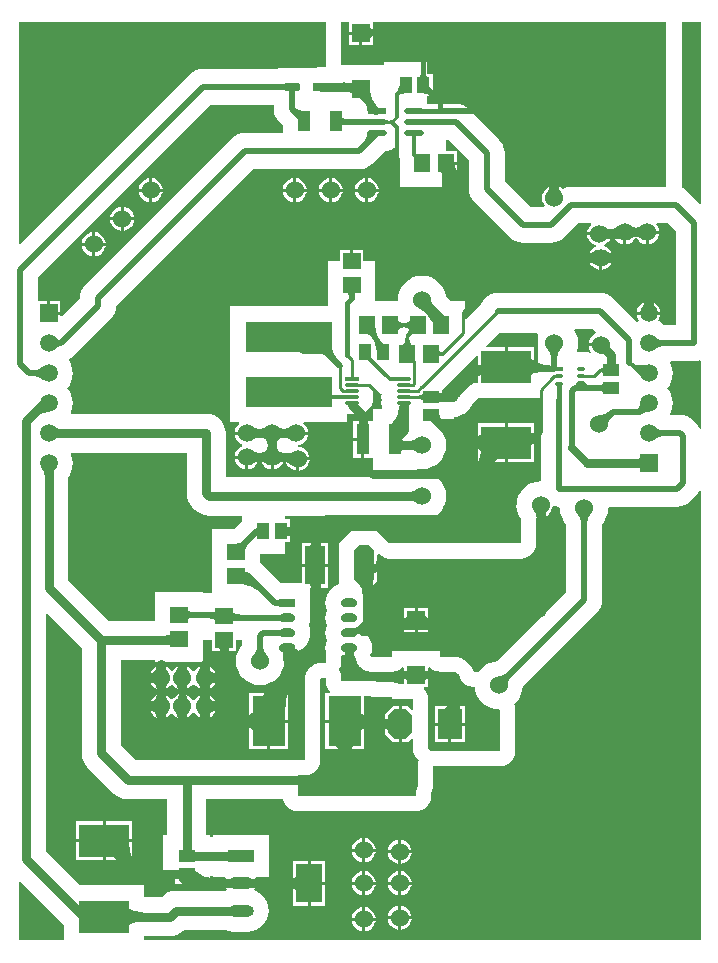
<source format=gtl>
%FSLAX25Y25*%
%MOIN*%
G70*
G01*
G75*
G04 Layer_Physical_Order=1*
G04 Layer_Color=255*
%ADD10C,0.03000*%
%ADD11C,0.02000*%
%ADD12C,0.01000*%
%ADD13C,0.01500*%
%ADD14C,0.01200*%
%ADD15O,0.02756X0.01181*%
%ADD16R,0.02756X0.01181*%
%ADD17O,0.04724X0.01221*%
%ADD18R,0.04724X0.01221*%
%ADD19R,0.06693X0.13000*%
G04:AMPARAMS|DCode=20|XSize=66.93mil|YSize=130mil|CornerRadius=0mil|HoleSize=0mil|Usage=FLASHONLY|Rotation=180.000|XOffset=0mil|YOffset=0mil|HoleType=Round|Shape=Octagon|*
%AMOCTAGOND20*
4,1,8,0.01673,-0.06500,-0.01673,-0.06500,-0.03347,-0.04827,-0.03347,0.04827,-0.01673,0.06500,0.01673,0.06500,0.03347,0.04827,0.03347,-0.04827,0.01673,-0.06500,0.0*
%
%ADD20OCTAGOND20*%

G04:AMPARAMS|DCode=21|XSize=78.74mil|YSize=98.43mil|CornerRadius=0mil|HoleSize=0mil|Usage=FLASHONLY|Rotation=180.000|XOffset=0mil|YOffset=0mil|HoleType=Round|Shape=Octagon|*
%AMOCTAGOND21*
4,1,8,0.01969,-0.04921,-0.01969,-0.04921,-0.03937,-0.02953,-0.03937,0.02953,-0.01969,0.04921,0.01969,0.04921,0.03937,0.02953,0.03937,-0.02953,0.01969,-0.04921,0.0*
%
%ADD21OCTAGOND21*%

%ADD22R,0.07874X0.09843*%
%ADD23R,0.04331X0.05512*%
%ADD24R,0.10906X0.16732*%
%ADD25R,0.05906X0.05512*%
%ADD26R,0.06000X0.06000*%
%ADD27R,0.05500X0.03000*%
%ADD28O,0.05500X0.03000*%
%ADD29R,0.05512X0.05906*%
%ADD30R,0.04331X0.06693*%
%ADD31R,0.05512X0.02559*%
G04:AMPARAMS|DCode=32|XSize=55.12mil|YSize=25.59mil|CornerRadius=0mil|HoleSize=0mil|Usage=FLASHONLY|Rotation=180.000|XOffset=0mil|YOffset=0mil|HoleType=Round|Shape=Octagon|*
%AMOCTAGOND32*
4,1,8,-0.02756,0.00640,-0.02756,-0.00640,-0.02116,-0.01280,0.02116,-0.01280,0.02756,-0.00640,0.02756,0.00640,0.02116,0.01280,-0.02116,0.01280,-0.02756,0.00640,0.0*
%
%ADD32OCTAGOND32*%

%ADD33R,0.08661X0.12795*%
%ADD34O,0.08661X0.03937*%
%ADD35R,0.08661X0.03937*%
%ADD36R,0.16732X0.10906*%
%ADD37R,0.04331X0.10236*%
%ADD38R,0.05512X0.04331*%
%ADD39R,0.28740X0.10433*%
%ADD40R,0.06496X0.01969*%
%ADD41O,0.06496X0.01969*%
%ADD42C,0.02500*%
%ADD43C,0.05906*%
%ADD44R,0.05906X0.05906*%
%ADD45C,0.06000*%
G36*
X352452Y310227D02*
X351991Y310036D01*
X348263Y313763D01*
X347350Y314513D01*
X346307Y315070D01*
X345945Y315180D01*
X345991Y315529D01*
Y370452D01*
X352452D01*
Y310227D01*
D02*
G37*
G36*
X233750Y159451D02*
X236250D01*
X236364Y159474D01*
X237056Y159394D01*
D01*
D01*
X237223Y159278D01*
X237265Y159029D01*
X237322Y158684D01*
X237412Y158073D01*
X237429Y158035D01*
X237436Y157994D01*
X237690Y157431D01*
X237772Y157243D01*
X237936Y156865D01*
X238193Y156436D01*
X238449Y156114D01*
D01*
X238577Y155953D01*
X238577Y155953D01*
X238952Y155463D01*
X238985Y155438D01*
X239011Y155405D01*
X239507Y155037D01*
X239997Y154662D01*
X240035Y154646D01*
X240069Y154621D01*
X240643Y154394D01*
X241213Y154158D01*
X241254Y154152D01*
X241293Y154137D01*
X241907Y154066D01*
D01*
X241907D01*
X242191Y154029D01*
D01*
X242518Y153986D01*
X249500D01*
X250805Y154158D01*
X252022Y154662D01*
X252553Y155069D01*
D01*
X252553Y155069D01*
D01*
X252554Y155070D01*
X252568Y155080D01*
D01*
X253052Y155452D01*
D01*
X253133Y155412D01*
D01*
D01*
X253358Y155239D01*
X253500Y155130D01*
D01*
Y153250D01*
X261500D01*
Y155130D01*
X261859Y155405D01*
X261867Y155412D01*
D01*
X261948Y155452D01*
D01*
X262433Y155080D01*
D01*
X262447Y155069D01*
X262447Y155069D01*
D01*
X262447Y155069D01*
D01*
X262978Y154662D01*
X264195Y154158D01*
X264858Y154070D01*
D01*
X265500Y153986D01*
X270002D01*
X270438Y153943D01*
X270618Y153888D01*
X270784Y153799D01*
X270784Y153799D01*
X271122Y153522D01*
D01*
X271372Y153273D01*
X271522Y153122D01*
X271799Y152784D01*
X271888Y152618D01*
X271913Y152536D01*
X272151Y152011D01*
X272372Y151478D01*
X272422Y151412D01*
X272457Y151337D01*
X272822Y150891D01*
X273173Y150434D01*
X273239Y150383D01*
X273292Y150319D01*
X273760Y149984D01*
X274218Y149633D01*
X274294Y149601D01*
X274362Y149552D01*
X274901Y149349D01*
X275434Y149129D01*
X275516Y149118D01*
X275594Y149089D01*
X276168Y149032D01*
X276739Y148957D01*
X277015D01*
X277016Y148948D01*
X277116Y147932D01*
X277573Y146424D01*
X278316Y145034D01*
X279316Y143816D01*
X280534Y142816D01*
X281924Y142073D01*
X283432Y141616D01*
X283500Y141609D01*
X285000Y141461D01*
X285129Y141474D01*
X285500Y141138D01*
Y127500D01*
X262500D01*
X262000Y128000D01*
X261500Y128500D01*
Y146000D01*
X261335D01*
X261328Y146055D01*
X260824Y147272D01*
X260034Y148302D01*
X260255Y148750D01*
X261500D01*
Y152250D01*
X253500D01*
Y150500D01*
Y149793D01*
X252062D01*
X252022Y149824D01*
X250805Y150328D01*
X249500Y150500D01*
X244130D01*
Y150543D01*
Y150866D01*
X232500D01*
Y151197D01*
Y151967D01*
X232419Y152579D01*
X232349Y153191D01*
X232334Y153231D01*
X232328Y153273D01*
X232092Y153842D01*
X231866Y154416D01*
X231840Y154450D01*
X231824Y154489D01*
X231690Y154665D01*
X231803Y154810D01*
X231811Y154829D01*
X231824Y154846D01*
X232068Y155435D01*
X232317Y156022D01*
X232320Y156043D01*
X232328Y156062D01*
X232411Y156694D01*
X232500Y157326D01*
X232497Y157347D01*
X232500Y157368D01*
Y159306D01*
Y159306D01*
X232887Y159623D01*
X233750Y159451D01*
D02*
G37*
G36*
X352452Y214379D02*
Y64547D01*
X166866D01*
Y65791D01*
X175323D01*
X176597Y65917D01*
X177822Y66289D01*
X178952Y66892D01*
X179941Y67704D01*
X179941Y67704D01*
X179941Y67704D01*
X180095Y67858D01*
X194163D01*
X195272Y67522D01*
X196638Y67387D01*
X201362D01*
X202728Y67522D01*
X204042Y67921D01*
X205252Y68568D01*
X206313Y69438D01*
X207184Y70499D01*
X207831Y71710D01*
X208230Y73024D01*
X208364Y74390D01*
X208230Y75756D01*
X207831Y77069D01*
X207184Y78280D01*
X206313Y79341D01*
X205252Y80212D01*
X204042Y80859D01*
X203714Y80958D01*
X203561Y81434D01*
X203955Y81948D01*
X204254Y82670D01*
X204291Y82945D01*
X193710D01*
X193746Y82670D01*
X194045Y81948D01*
X194439Y81434D01*
X194286Y80958D01*
X194163Y80921D01*
X177390D01*
X176116Y80796D01*
X174890Y80424D01*
X173761Y79821D01*
X172771Y79008D01*
X172617Y78854D01*
X166866D01*
Y82776D01*
X145461D01*
X134031Y94205D01*
Y173078D01*
X134493Y173270D01*
X145969Y161795D01*
Y127000D01*
X146094Y125726D01*
X146466Y124501D01*
X147069Y123371D01*
X147882Y122382D01*
X156882Y113382D01*
Y113382D01*
X156882Y113382D01*
X156882Y113382D01*
Y113382D01*
X157871Y112569D01*
X159001Y111966D01*
X160226Y111594D01*
X161500Y111469D01*
X174469D01*
Y99618D01*
X173244D01*
Y85287D01*
X177244D01*
Y83382D01*
X184756D01*
Y85287D01*
X188756D01*
Y85921D01*
X189669D01*
Y85532D01*
X193932D01*
X194153Y85083D01*
X194045Y84942D01*
X193746Y84220D01*
X193710Y83945D01*
X204291D01*
X204254Y84220D01*
X203955Y84942D01*
X203847Y85083D01*
X204068Y85532D01*
X208331D01*
Y99468D01*
X189669D01*
Y98984D01*
X188756D01*
Y99618D01*
X187531D01*
Y111469D01*
X213147D01*
X213184Y111195D01*
X213687Y109978D01*
X214489Y108934D01*
X215533Y108133D01*
X216750Y107629D01*
X218055Y107457D01*
X257334D01*
X257662Y107500D01*
X257993D01*
X258312Y107586D01*
X258640Y107629D01*
X258945Y107755D01*
X259264Y107841D01*
X259551Y108006D01*
X259856Y108133D01*
X260118Y108334D01*
X260404Y108499D01*
X260638Y108733D01*
X260900Y108934D01*
X261102Y109196D01*
X261335Y109430D01*
X261569Y109735D01*
X261735Y110021D01*
X261936Y110283D01*
X262062Y110589D01*
X262228Y110875D01*
X262313Y111194D01*
X262440Y111500D01*
X262483Y111827D01*
X262568Y112147D01*
Y112477D01*
X262569Y112480D01*
X262601Y112641D01*
X262597Y112696D01*
X262611Y112805D01*
Y112971D01*
X262590Y113134D01*
X262601Y113297D01*
X262592Y113428D01*
X262568Y113463D01*
X262871Y114195D01*
X263043Y115500D01*
Y122126D01*
Y122457D01*
X285500D01*
X286805Y122629D01*
X288022Y123133D01*
X289066Y123934D01*
X289867Y124978D01*
X290371Y126195D01*
X290543Y127500D01*
Y141138D01*
X290527Y141262D01*
X290537Y141386D01*
X290441Y141913D01*
X290371Y142444D01*
X290324Y142559D01*
X290301Y142681D01*
X290072Y143165D01*
X290026Y143276D01*
X290684Y143816D01*
X291684Y145034D01*
X292427Y146424D01*
X292884Y147932D01*
X292985Y148959D01*
X304560Y160533D01*
X317763Y173737D01*
X317763Y173737D01*
X317763Y173737D01*
X318513Y174651D01*
X319070Y175693D01*
X319070Y175693D01*
X319070Y175693D01*
X319413Y176824D01*
X319529Y178000D01*
X319529Y178000D01*
Y203236D01*
X320184Y204034D01*
X320927Y205424D01*
X321384Y206932D01*
X321539Y208500D01*
X321529Y208600D01*
X321865Y208971D01*
X344500D01*
X345676Y209087D01*
X346807Y209430D01*
X346807Y209430D01*
X346807Y209430D01*
X347849Y209987D01*
X348763Y210737D01*
X348763Y210737D01*
X348763Y210737D01*
X350763Y212737D01*
X350763Y212737D01*
X350763Y212737D01*
X351513Y213650D01*
X351968Y214501D01*
X352452Y214379D01*
D02*
G37*
G36*
X180969Y213500D02*
X181094Y212226D01*
X181466Y211000D01*
X181975Y210048D01*
X182069Y209871D01*
X182882Y208882D01*
X183882Y207882D01*
X184871Y207069D01*
X184871Y207069D01*
X186001Y206466D01*
X187226Y206094D01*
X188500Y205969D01*
X199382D01*
Y204345D01*
X196730Y201693D01*
X189547D01*
Y186181D01*
Y180193D01*
X186453D01*
Y180693D01*
X170547D01*
Y171031D01*
X155205D01*
X143522Y182715D01*
X141531Y184705D01*
Y218923D01*
X141645Y219060D01*
X142383Y220442D01*
X142838Y221941D01*
X142991Y223500D01*
X142838Y225059D01*
X142383Y226558D01*
X142629Y226969D01*
X180969D01*
Y213500D01*
D02*
G37*
G36*
X299500Y205531D02*
X300044Y205603D01*
X301017Y206006D01*
X301853Y206647D01*
X302494Y207483D01*
X302897Y208456D01*
X302962Y208950D01*
X303382Y209221D01*
X303824Y209087D01*
X305000Y208971D01*
X305135D01*
X305471Y208600D01*
X305461Y208500D01*
X305616Y206932D01*
X306073Y205424D01*
X306816Y204034D01*
X307471Y203236D01*
Y180497D01*
X292974Y166000D01*
X284459Y157485D01*
X283432Y157384D01*
X281924Y156927D01*
X280534Y156184D01*
X279316Y155184D01*
X278370Y154032D01*
X278344Y154000D01*
X278316Y153966D01*
X278247Y153838D01*
X278074Y153861D01*
X277836Y153933D01*
X277439Y153946D01*
X277397Y153957D01*
X277070Y154000D01*
X276739D01*
X276570Y154557D01*
X276013Y155599D01*
X275263Y156513D01*
X274513Y157263D01*
X273600Y158013D01*
X272557Y158570D01*
X271426Y158913D01*
X270250Y159029D01*
X265500D01*
Y159083D01*
Y160750D01*
X249500D01*
Y159029D01*
X242518D01*
X242262Y159458D01*
X242284Y159501D01*
X242293Y159530D01*
D01*
X242656Y160726D01*
X242781Y162000D01*
X242656Y163274D01*
X242284Y164499D01*
X241681Y165629D01*
X241376Y166000D01*
X240868Y166618D01*
X240708Y166750D01*
Y167250D01*
X240868Y167382D01*
X241681Y168371D01*
X242284Y169501D01*
X242656Y170726D01*
X242781Y172000D01*
X242656Y173274D01*
X242284Y174499D01*
X242284Y174500D01*
X242284Y174501D01*
X242656Y175726D01*
X242781Y177000D01*
X242656Y178274D01*
X242284Y179499D01*
X241681Y180629D01*
X240926Y181548D01*
X241140Y182000D01*
X242423D01*
X244597Y184173D01*
Y189000D01*
X240250D01*
Y190000D01*
X244597D01*
Y192871D01*
X244964Y193153D01*
X245045Y193193D01*
X246075Y192403D01*
X247291Y191899D01*
X248597Y191727D01*
X292469D01*
X293774Y191899D01*
X294990Y192403D01*
X296035Y193204D01*
X296836Y194249D01*
X297340Y195465D01*
X297512Y196770D01*
Y204848D01*
X297458Y205257D01*
X297455Y205356D01*
X297866Y205640D01*
X297956Y205603D01*
X298500Y205531D01*
Y209500D01*
X299500D01*
Y205531D01*
D02*
G37*
G36*
X317370Y267104D02*
X317272Y266614D01*
X316983Y266494D01*
X316147Y265853D01*
X315506Y265017D01*
X315103Y264044D01*
X315031Y263500D01*
X319000D01*
Y262500D01*
X315031D01*
X315103Y261956D01*
X315506Y260983D01*
X315884Y260490D01*
X315580Y260094D01*
X314727Y260447D01*
X313268Y260639D01*
X311693D01*
X311420Y260603D01*
X311097Y260984D01*
X311384Y261932D01*
X311539Y263500D01*
X311384Y265068D01*
X310927Y266576D01*
X310270Y267805D01*
X310527Y268234D01*
X316240D01*
X317370Y267104D01*
D02*
G37*
G36*
X210148Y341508D02*
X210148Y341508D01*
X210148D01*
X210264Y340332D01*
X210607Y339201D01*
X210607Y339201D01*
X210607Y339201D01*
X211164Y338158D01*
X211914Y337245D01*
X211914Y337245D01*
X211914D01*
Y337245D01*
X211914Y337245D01*
X213020Y336139D01*
Y333529D01*
X200500D01*
X199324Y333413D01*
X198193Y333070D01*
X197151Y332513D01*
X196237Y331763D01*
X196237Y331763D01*
X147237Y282763D01*
X146487Y281850D01*
X145930Y280807D01*
X145587Y279676D01*
X145471Y278500D01*
X145471Y278500D01*
X145471D01*
X145471Y278500D01*
X145471D01*
Y278497D01*
X139415Y272441D01*
X138953Y272632D01*
Y273000D01*
X135000D01*
Y273500D01*
X134500D01*
Y277453D01*
X131529D01*
Y285503D01*
X188997Y342971D01*
X210148D01*
Y341508D01*
D02*
G37*
G36*
X298000Y266645D02*
Y254845D01*
X297328Y254173D01*
X296866Y254365D01*
Y255177D01*
X278134D01*
Y250252D01*
X276945Y250096D01*
X275729Y249592D01*
X274685Y248791D01*
X272424Y246530D01*
X272357Y246443D01*
X272306Y246401D01*
X272056Y246052D01*
X271708Y245628D01*
X271674Y245552D01*
X271623Y245485D01*
X271585Y245394D01*
X271539Y245331D01*
X271170Y244639D01*
X270988Y244418D01*
X270766Y244236D01*
X270685Y244192D01*
X270256Y244449D01*
Y246713D01*
X266256D01*
Y247911D01*
X267423Y249077D01*
X270423Y252077D01*
X270423Y252077D01*
X270423Y252077D01*
X277672Y259327D01*
X278134Y259135D01*
Y256177D01*
X287000D01*
Y262130D01*
X281129D01*
X280937Y262592D01*
X285221Y266876D01*
X297645Y266997D01*
X298000Y266645D01*
D02*
G37*
G36*
X227457Y356250D02*
X227502Y355907D01*
X227172Y355531D01*
X225823D01*
X224549Y355406D01*
X224132Y355279D01*
X211561D01*
X211311Y355029D01*
X186500D01*
X185324Y354913D01*
X184193Y354570D01*
X183150Y354013D01*
X182237Y353263D01*
X125509Y296536D01*
X125048Y296727D01*
Y370452D01*
X227457D01*
Y356250D01*
D02*
G37*
G36*
X352452Y257554D02*
Y235121D01*
X351968Y234999D01*
X351513Y235849D01*
X350763Y236763D01*
X349763Y237763D01*
X348850Y238513D01*
X347807Y239070D01*
X346676Y239413D01*
X345500Y239529D01*
X342381D01*
X342124Y239958D01*
X342383Y240442D01*
X342838Y241941D01*
X342991Y243500D01*
X342838Y245059D01*
X342383Y246558D01*
X341645Y247940D01*
X341185Y248500D01*
X341645Y249060D01*
X342383Y250442D01*
X342838Y251941D01*
X342991Y253500D01*
X342838Y255059D01*
X342383Y256558D01*
X342124Y257042D01*
X342381Y257471D01*
X350000D01*
X351176Y257587D01*
X352051Y257852D01*
X352452Y257554D01*
D02*
G37*
G36*
X274971Y324503D02*
Y315000D01*
X274971Y315000D01*
X274971D01*
X275087Y313824D01*
X275430Y312693D01*
X275430Y312693D01*
X275430Y312693D01*
X275987Y311650D01*
X276737Y310737D01*
X276737Y310737D01*
X276737Y310737D01*
X279974Y307500D01*
X288737Y298737D01*
X288737Y298737D01*
X289651Y297987D01*
X290693Y297430D01*
D01*
X290693Y297430D01*
X290693D01*
X291824Y297087D01*
X293000Y296971D01*
X302500D01*
X303676Y297087D01*
X304807Y297430D01*
X305850Y297987D01*
X306763Y298737D01*
X311497Y303471D01*
X315675D01*
X315836Y302997D01*
X315647Y302853D01*
X315006Y302017D01*
X314603Y301044D01*
X314531Y300500D01*
X318500D01*
Y299500D01*
X314531D01*
X314603Y298956D01*
X315006Y297983D01*
X315647Y297147D01*
X316483Y296506D01*
X317351Y296146D01*
Y295646D01*
X316983Y295494D01*
X316147Y294853D01*
X315506Y294017D01*
X315103Y293044D01*
X315031Y292500D01*
X322969D01*
X322897Y293044D01*
X322494Y294017D01*
X321853Y294853D01*
X321017Y295494D01*
X320149Y295853D01*
Y296354D01*
X320517Y296506D01*
X321353Y297147D01*
X321994Y297983D01*
X322397Y298956D01*
X322533Y299988D01*
X323033D01*
X323103Y299456D01*
X323506Y298483D01*
X324147Y297647D01*
X324983Y297006D01*
X325956Y296603D01*
X326500Y296531D01*
Y300500D01*
X327500D01*
Y296531D01*
X328044Y296603D01*
X329017Y297006D01*
X329853Y297647D01*
X330494Y298483D01*
X330500Y298497D01*
D01*
X331000D01*
X331006Y298483D01*
X331647Y297647D01*
X332483Y297006D01*
X333456Y296603D01*
X334000Y296531D01*
Y300500D01*
X334500D01*
Y301000D01*
X338469D01*
X338397Y301544D01*
X337994Y302517D01*
X337606Y303023D01*
X337827Y303471D01*
X341503D01*
X343971Y301003D01*
Y269529D01*
X340190D01*
X339440Y270145D01*
X338339Y270733D01*
X338234Y271221D01*
X338453Y271507D01*
X338851Y272468D01*
X338921Y273000D01*
X331079D01*
X331149Y272468D01*
X331547Y271507D01*
X331766Y271221D01*
X331661Y270733D01*
X331096Y270431D01*
X323526Y278000D01*
X323000Y278526D01*
X322086Y279276D01*
X321044Y279833D01*
X319913Y280176D01*
X318737Y280292D01*
X284763D01*
X283587Y280176D01*
X282456Y279833D01*
X281414Y279276D01*
X280500Y278526D01*
X279750Y277613D01*
X279193Y276570D01*
X279179Y276524D01*
X274155Y271500D01*
X273693Y271691D01*
Y277453D01*
X269284D01*
X267408Y279329D01*
X267384Y279568D01*
X266927Y281076D01*
X266184Y282466D01*
X265184Y283684D01*
X263966Y284684D01*
X262576Y285427D01*
X261068Y285884D01*
X259500Y286039D01*
X257932Y285884D01*
X256424Y285427D01*
X255034Y284684D01*
X253816Y283684D01*
X252816Y282466D01*
X252073Y281076D01*
X251616Y279568D01*
X251461Y278000D01*
X251479Y277823D01*
X251143Y277453D01*
X243953D01*
Y290819D01*
X239953D01*
Y294693D01*
X236500D01*
Y290937D01*
X235500D01*
Y294693D01*
X232047D01*
Y290819D01*
X228047D01*
Y275870D01*
X195630D01*
Y255437D01*
Y237130D01*
X198382D01*
X198543Y236656D01*
X198147Y236353D01*
X197506Y235517D01*
X197103Y234544D01*
X197031Y234000D01*
X201000D01*
Y233000D01*
X197031D01*
X197103Y232456D01*
X197506Y231483D01*
X198147Y230647D01*
X198983Y230006D01*
X199601Y229750D01*
Y229250D01*
X198983Y228994D01*
X198147Y228353D01*
X197506Y227517D01*
X197103Y226544D01*
X197031Y226000D01*
X201000D01*
Y225500D01*
X201500D01*
Y221531D01*
X202044Y221603D01*
X203017Y222006D01*
X203853Y222647D01*
X204494Y223483D01*
X204897Y224456D01*
X205000Y225238D01*
X205500D01*
X205603Y224456D01*
X206006Y223483D01*
X206647Y222647D01*
X207483Y222006D01*
X208456Y221603D01*
X209000Y221531D01*
Y225500D01*
X210000D01*
Y221531D01*
X210544Y221603D01*
X211517Y222006D01*
X212353Y222647D01*
X212994Y223483D01*
X213397Y224456D01*
X213467Y224988D01*
X213967D01*
X214103Y223956D01*
X214506Y222983D01*
X215147Y222147D01*
X215983Y221506D01*
X216956Y221103D01*
X217500Y221031D01*
Y225000D01*
X218000D01*
Y225500D01*
X221969D01*
X221897Y226044D01*
X221494Y227017D01*
X220853Y227853D01*
X220017Y228494D01*
X219044Y228897D01*
X218012Y229033D01*
Y229533D01*
X218544Y229603D01*
X219517Y230006D01*
X220353Y230647D01*
X220994Y231483D01*
X221397Y232456D01*
X221469Y233000D01*
X217500D01*
Y234000D01*
X221469D01*
X221397Y234544D01*
X220994Y235517D01*
X220353Y236353D01*
X219957Y236656D01*
X220118Y237130D01*
X234370D01*
Y239936D01*
X237752D01*
X239216Y240129D01*
X240581Y240694D01*
X241753Y241593D01*
X242653Y242765D01*
X243218Y244130D01*
X243411Y245595D01*
X243362Y245962D01*
D01*
Y247195D01*
D01*
X243411Y247563D01*
X243362Y247931D01*
D01*
Y248190D01*
X243824Y248381D01*
X244699Y247506D01*
X244699Y247506D01*
X245361Y246998D01*
X245869Y246608D01*
X246037Y246539D01*
X245912Y245595D01*
X246042Y244610D01*
X245912Y243626D01*
X246105Y242161D01*
X246158Y242034D01*
X245880Y241618D01*
X243150D01*
Y237618D01*
X243150D01*
X242850D01*
X242796Y237618D01*
X242796Y237618D01*
Y237618D01*
X240185D01*
Y231500D01*
Y225382D01*
X242850D01*
D01*
D01*
X242979Y225254D01*
X243150Y225083D01*
Y221382D01*
X257480D01*
Y221382D01*
X257835Y221645D01*
X257932Y221616D01*
X259500Y221461D01*
X261068Y221616D01*
X262576Y222073D01*
X263966Y222816D01*
X265184Y223816D01*
X266184Y225034D01*
X266927Y226424D01*
X267384Y227932D01*
X267539Y229500D01*
X267384Y231068D01*
X266927Y232576D01*
X266184Y233966D01*
X265184Y235184D01*
X264299Y235911D01*
X264467Y236382D01*
X266256D01*
Y238287D01*
X270256D01*
Y238951D01*
X271227Y239047D01*
X272452Y239419D01*
X273144Y239788D01*
D01*
X273581Y240022D01*
X273965Y240337D01*
D01*
X274085Y240435D01*
D01*
X274571Y240834D01*
X274886Y241218D01*
X275003Y241360D01*
D01*
X275383Y241824D01*
X275831Y242660D01*
X275987Y242953D01*
X275990Y242964D01*
X276193Y243167D01*
X278017Y244991D01*
X278251Y245224D01*
X298670D01*
X299006Y244854D01*
X298971Y244500D01*
Y218676D01*
Y217536D01*
X297432Y217384D01*
X295924Y216927D01*
X294534Y216184D01*
X293316Y215184D01*
X292316Y213966D01*
X291573Y212576D01*
X291116Y211068D01*
X290979Y209677D01*
X290961Y209500D01*
X291116Y207932D01*
X291573Y206424D01*
X292316Y205034D01*
X292469Y204848D01*
Y196770D01*
X248597D01*
Y196825D01*
Y196827D01*
X244423Y201000D01*
X236077D01*
X231904Y196827D01*
Y183232D01*
X231251Y183034D01*
X230121Y182431D01*
X229132Y181618D01*
X228319Y180629D01*
X227716Y179499D01*
X227344Y178274D01*
X227219Y177000D01*
X227344Y175726D01*
X227716Y174501D01*
X227716Y174500D01*
X227716Y174499D01*
X227344Y173274D01*
X227219Y172000D01*
X227344Y170726D01*
X227716Y169501D01*
X227716Y169500D01*
X227716Y169500D01*
X227344Y168274D01*
X227219Y167000D01*
X227344Y165726D01*
X227716Y164500D01*
X227716Y164500D01*
X227716Y164499D01*
X227344Y163274D01*
X227219Y162000D01*
X227344Y160726D01*
X227544Y160068D01*
X227481Y159800D01*
X227489Y159552D01*
X227457Y159306D01*
Y157368D01*
X227378Y157290D01*
X227264Y157015D01*
D01*
X225940Y157036D01*
X225920Y157034D01*
X225899Y157037D01*
X225265Y156959D01*
X224633Y156886D01*
X224613Y156879D01*
X224592Y156876D01*
X224001Y156637D01*
X223408Y156403D01*
X223391Y156390D01*
X223371Y156382D01*
X222863Y155999D01*
X222350Y155619D01*
X222337Y155602D01*
X222320Y155590D01*
X221964Y155239D01*
X221951Y155222D01*
X221934Y155210D01*
X221546Y154703D01*
X221154Y154201D01*
X221145Y154182D01*
X221132Y154165D01*
X220888Y153576D01*
X220640Y152989D01*
X220637Y152968D01*
X220629Y152949D01*
X220546Y152317D01*
X220457Y151686D01*
X220460Y151664D01*
X220457Y151644D01*
Y124531D01*
X164205D01*
X159031Y129705D01*
Y157969D01*
X170547D01*
Y157307D01*
X186453D01*
Y164681D01*
X189547D01*
Y160807D01*
X193000D01*
Y164563D01*
X194000D01*
Y160807D01*
X197453D01*
Y164681D01*
X199471D01*
Y162764D01*
X198816Y161966D01*
X198073Y160576D01*
X197616Y159068D01*
X197461Y157500D01*
X197616Y155932D01*
X198073Y154424D01*
X198816Y153034D01*
X199816Y151816D01*
X201034Y150816D01*
X202424Y150073D01*
X203932Y149616D01*
X205500Y149461D01*
X207068Y149616D01*
X208576Y150073D01*
X209966Y150816D01*
X211184Y151816D01*
X212184Y153034D01*
X212927Y154424D01*
X213384Y155932D01*
X213539Y157500D01*
X213384Y159068D01*
X213668Y159451D01*
X215750D01*
X216725Y159645D01*
X217552Y160198D01*
X217777Y160533D01*
X218019Y160896D01*
X218250Y160966D01*
X219379Y161569D01*
X220368Y162382D01*
X221181Y163371D01*
X221784Y164500D01*
X222156Y165726D01*
X222281Y167000D01*
X222156Y168274D01*
X221784Y169500D01*
X221784Y169500D01*
X221784Y169501D01*
X222088Y170500D01*
X222250D01*
Y171681D01*
D01*
X222281Y172000D01*
X222250Y172319D01*
D01*
Y182000D01*
X223250D01*
Y189000D01*
X219404D01*
Y183500D01*
X212526D01*
X205700Y190326D01*
X205453Y190529D01*
Y193244D01*
X213713D01*
Y197244D01*
X215618D01*
Y204756D01*
X213713D01*
Y205969D01*
X254848D01*
X255034Y205816D01*
X256424Y205073D01*
X257932Y204616D01*
X259500Y204461D01*
X261068Y204616D01*
X262576Y205073D01*
X263966Y205816D01*
X265184Y206816D01*
X266184Y208034D01*
X266927Y209424D01*
X267116Y210048D01*
X267384Y210932D01*
X267539Y212500D01*
X267384Y214068D01*
X266927Y215576D01*
X266184Y216966D01*
X265184Y218184D01*
X263966Y219184D01*
X262576Y219927D01*
X261068Y220384D01*
X259500Y220539D01*
X257932Y220384D01*
X256424Y219927D01*
X255034Y219184D01*
X254848Y219031D01*
X194031D01*
Y225614D01*
Y233500D01*
X193906Y234774D01*
X193534Y235999D01*
X192931Y237129D01*
X192118Y238118D01*
X191129Y238931D01*
X189999Y239534D01*
X188774Y239906D01*
X187500Y240031D01*
X142629D01*
X142383Y240442D01*
X142838Y241941D01*
X142991Y243500D01*
X142838Y245059D01*
X142383Y246558D01*
X141645Y247940D01*
X141185Y248500D01*
X141645Y249060D01*
X142383Y250442D01*
X142838Y251941D01*
X142857Y252139D01*
X142913Y252324D01*
X143029Y253500D01*
X142913Y254676D01*
X142857Y254861D01*
X142838Y255059D01*
X142383Y256558D01*
X141740Y257761D01*
X141885Y258239D01*
X142350Y258487D01*
X143263Y259237D01*
X155763Y271737D01*
X155763Y271737D01*
X155763Y271737D01*
X156513Y272651D01*
X157070Y273693D01*
X157070Y273693D01*
X157070Y273693D01*
X157413Y274824D01*
X157529Y276000D01*
X157529Y276000D01*
D01*
X202991Y321465D01*
X202997Y321471D01*
X238480D01*
X239656Y321587D01*
X240788Y321930D01*
X241830Y322487D01*
X242743Y323237D01*
X247040Y327534D01*
X247937Y327622D01*
X249065Y327964D01*
X250104Y328520D01*
X250701Y329009D01*
X251253Y328556D01*
Y326162D01*
X251253Y326161D01*
X251446Y324699D01*
X251446Y324699D01*
X251446D01*
X251807Y323827D01*
Y315547D01*
X267319D01*
Y319547D01*
X271193D01*
Y323000D01*
X267437D01*
Y324000D01*
X271193D01*
Y327453D01*
X267319D01*
Y331231D01*
X268243D01*
X274971Y324503D01*
D02*
G37*
G36*
X227457Y151967D02*
Y150866D01*
X227629Y149561D01*
X228133Y148345D01*
X228923Y147315D01*
X228702Y146866D01*
X227224D01*
Y138000D01*
X240130D01*
Y145823D01*
X242356D01*
X242825Y145629D01*
X244130Y145457D01*
X249500D01*
Y145410D01*
Y144750D01*
X256457D01*
Y144637D01*
Y141318D01*
X255995Y141127D01*
X254701Y142421D01*
X252732D01*
Y136500D01*
Y130579D01*
X254701D01*
X255995Y131873D01*
D01*
X256457Y131682D01*
D01*
Y128500D01*
X256629Y127195D01*
X257133Y125978D01*
X257934Y124934D01*
X258434Y124434D01*
X258445Y124423D01*
X258172Y123762D01*
X258000Y122457D01*
Y115500D01*
X257953D01*
X257909Y115393D01*
X257781Y114915D01*
X257622Y114447D01*
X257611Y114282D01*
X257568Y114121D01*
Y113627D01*
X257536Y113133D01*
X257568Y112971D01*
Y112805D01*
X257334Y112500D01*
X218055D01*
Y119488D01*
X220457D01*
X221762Y119660D01*
X222978Y120164D01*
X224023Y120965D01*
X224824Y122010D01*
X225328Y123226D01*
X225500Y124531D01*
Y147375D01*
Y151644D01*
X225856Y151994D01*
X227457Y151967D01*
D02*
G37*
G36*
X140134Y69629D02*
Y64547D01*
X125048D01*
Y84062D01*
X125509Y84254D01*
X140134Y69629D01*
D02*
G37*
G36*
X340948Y315529D02*
X309000D01*
X307824Y315413D01*
X306693Y315070D01*
X306326Y314874D01*
X305517Y315494D01*
X304544Y315897D01*
X303500Y316035D01*
X302456Y315897D01*
X301483Y315494D01*
X300647Y314853D01*
X300006Y314017D01*
X299603Y313044D01*
X299465Y312000D01*
X299603Y310956D01*
X300006Y309983D01*
X300419Y309445D01*
X300003Y309029D01*
X295497D01*
X287029Y317497D01*
Y327000D01*
X286913Y328176D01*
X286570Y329307D01*
X286376Y329670D01*
X286013Y330349D01*
X285263Y331263D01*
X285263Y331263D01*
X275003Y341523D01*
X274090Y342273D01*
X273047Y342830D01*
X271916Y343173D01*
X270740Y343289D01*
X261213D01*
Y345744D01*
X263118D01*
Y353256D01*
X261213D01*
Y357256D01*
X246882D01*
Y356250D01*
X232500D01*
Y370452D01*
X235000D01*
Y367250D01*
X243000D01*
Y370452D01*
X340948D01*
Y315529D01*
D02*
G37*
%LPC*%
G36*
X207823Y137000D02*
X201870D01*
Y128134D01*
X207823D01*
Y137000D01*
D02*
G37*
G36*
X187500Y146469D02*
Y143000D01*
X190969D01*
X190897Y143544D01*
X190494Y144517D01*
X189853Y145353D01*
X189017Y145994D01*
X188044Y146397D01*
X187500Y146469D01*
D02*
G37*
G36*
X214776Y137000D02*
X208823D01*
Y128134D01*
X214776D01*
Y137000D01*
D02*
G37*
G36*
X233177D02*
X227224D01*
Y128134D01*
X233177D01*
Y137000D01*
D02*
G37*
G36*
X179000Y146469D02*
X178456Y146397D01*
X177483Y145994D01*
X176647Y145353D01*
X176250Y144835D01*
X175750D01*
X175353Y145353D01*
X174517Y145994D01*
X173544Y146397D01*
X173000Y146469D01*
Y142500D01*
Y138531D01*
X173544Y138603D01*
X174517Y139006D01*
X175353Y139647D01*
X175750Y140165D01*
X176250D01*
X176647Y139647D01*
X177483Y139006D01*
X178456Y138603D01*
X179000Y138531D01*
Y142500D01*
Y146469D01*
D02*
G37*
G36*
X162866Y104130D02*
X154000D01*
Y98177D01*
X162866D01*
Y104130D01*
D02*
G37*
G36*
X153000D02*
X144134D01*
Y98177D01*
X153000D01*
Y104130D01*
D02*
G37*
G36*
X186500Y146469D02*
X185956Y146397D01*
X184983Y145994D01*
X184147Y145353D01*
X183506Y144517D01*
X183500Y144503D01*
X183000D01*
X182994Y144517D01*
X182353Y145353D01*
X181517Y145994D01*
X180544Y146397D01*
X180000Y146469D01*
Y142500D01*
Y138531D01*
X180544Y138603D01*
X181517Y139006D01*
X182353Y139647D01*
X182994Y140483D01*
X183000Y140497D01*
X183500D01*
X183506Y140483D01*
X184147Y139647D01*
X184983Y139006D01*
X185956Y138603D01*
X186500Y138531D01*
Y142500D01*
Y146469D01*
D02*
G37*
G36*
X240130Y137000D02*
X234177D01*
Y128134D01*
X240130D01*
Y137000D01*
D02*
G37*
G36*
X273705Y142421D02*
X269268D01*
Y137000D01*
X273705D01*
Y142421D01*
D02*
G37*
G36*
X268268D02*
X263831D01*
Y137000D01*
X268268D01*
Y142421D01*
D02*
G37*
G36*
X172000Y142000D02*
X168531D01*
X168603Y141456D01*
X169006Y140483D01*
X169647Y139647D01*
X170483Y139006D01*
X171456Y138603D01*
X172000Y138531D01*
Y142000D01*
D02*
G37*
G36*
X214776Y146866D02*
X208823D01*
Y138000D01*
X214776D01*
Y146866D01*
D02*
G37*
G36*
X207823D02*
X201870D01*
Y138000D01*
X207823D01*
Y146866D01*
D02*
G37*
G36*
X251732Y142421D02*
X249764D01*
X247295Y139953D01*
Y137000D01*
X251732D01*
Y142421D01*
D02*
G37*
G36*
X172000Y146469D02*
X171456Y146397D01*
X170483Y145994D01*
X169647Y145353D01*
X169006Y144517D01*
X168603Y143544D01*
X168531Y143000D01*
X172000D01*
Y146469D01*
D02*
G37*
G36*
X251732Y136000D02*
X247295D01*
Y133047D01*
X249764Y130579D01*
X251732D01*
Y136000D01*
D02*
G37*
G36*
X268268D02*
X263831D01*
Y130579D01*
X268268D01*
Y136000D01*
D02*
G37*
G36*
X190969Y142000D02*
X187500D01*
Y138531D01*
X188044Y138603D01*
X189017Y139006D01*
X189853Y139647D01*
X190494Y140483D01*
X190897Y141456D01*
X190969Y142000D01*
D02*
G37*
G36*
X273705Y136000D02*
X269268D01*
Y130579D01*
X273705D01*
Y136000D01*
D02*
G37*
G36*
X240500Y98469D02*
Y95000D01*
X243969D01*
X243897Y95544D01*
X243494Y96517D01*
X242853Y97353D01*
X242017Y97994D01*
X241044Y98397D01*
X240500Y98469D01*
D02*
G37*
G36*
X227165Y82945D02*
X222335D01*
Y76047D01*
X227165D01*
Y82945D01*
D02*
G37*
G36*
X221335D02*
X216504D01*
Y76047D01*
X221335D01*
Y82945D01*
D02*
G37*
G36*
X252500Y75969D02*
Y72500D01*
X255969D01*
X255897Y73044D01*
X255494Y74017D01*
X254853Y74853D01*
X254017Y75494D01*
X253044Y75897D01*
X252500Y75969D01*
D02*
G37*
G36*
X239500Y83000D02*
X236031D01*
X236103Y82456D01*
X236506Y81483D01*
X237147Y80647D01*
X237983Y80006D01*
X238956Y79603D01*
X239500Y79531D01*
Y83000D01*
D02*
G37*
G36*
X255969D02*
X252500D01*
Y79531D01*
X253044Y79603D01*
X254017Y80006D01*
X254853Y80647D01*
X255494Y81483D01*
X255897Y82456D01*
X255969Y83000D01*
D02*
G37*
G36*
X251500D02*
X248031D01*
X248103Y82456D01*
X248506Y81483D01*
X249147Y80647D01*
X249983Y80006D01*
X250956Y79603D01*
X251500Y79531D01*
Y83000D01*
D02*
G37*
G36*
X243969D02*
X240500D01*
Y79531D01*
X241044Y79603D01*
X242017Y80006D01*
X242853Y80647D01*
X243494Y81483D01*
X243897Y82456D01*
X243969Y83000D01*
D02*
G37*
G36*
X251500Y71500D02*
X248031D01*
X248103Y70956D01*
X248506Y69983D01*
X249147Y69147D01*
X249983Y68506D01*
X250956Y68103D01*
X251500Y68031D01*
Y71500D01*
D02*
G37*
G36*
X243969Y71000D02*
X240500D01*
Y67531D01*
X241044Y67603D01*
X242017Y68006D01*
X242853Y68647D01*
X243494Y69483D01*
X243897Y70456D01*
X243969Y71000D01*
D02*
G37*
G36*
X239500D02*
X236031D01*
X236103Y70456D01*
X236506Y69483D01*
X237147Y68647D01*
X237983Y68006D01*
X238956Y67603D01*
X239500Y67531D01*
Y71000D01*
D02*
G37*
G36*
X255969Y71500D02*
X252500D01*
Y68031D01*
X253044Y68103D01*
X254017Y68506D01*
X254853Y69147D01*
X255494Y69983D01*
X255897Y70956D01*
X255969Y71500D01*
D02*
G37*
G36*
X251500Y75969D02*
X250956Y75897D01*
X249983Y75494D01*
X249147Y74853D01*
X248506Y74017D01*
X248103Y73044D01*
X248031Y72500D01*
X251500D01*
Y75969D01*
D02*
G37*
G36*
X240500Y75469D02*
Y72000D01*
X243969D01*
X243897Y72544D01*
X243494Y73517D01*
X242853Y74353D01*
X242017Y74994D01*
X241044Y75397D01*
X240500Y75469D01*
D02*
G37*
G36*
X239500D02*
X238956Y75397D01*
X237983Y74994D01*
X237147Y74353D01*
X236506Y73517D01*
X236103Y72544D01*
X236031Y72000D01*
X239500D01*
Y75469D01*
D02*
G37*
G36*
X221335Y90842D02*
X216504D01*
Y83945D01*
X221335D01*
Y90842D01*
D02*
G37*
G36*
X153000Y97177D02*
X144134D01*
Y91224D01*
X153000D01*
Y97177D01*
D02*
G37*
G36*
X243969Y94000D02*
X240500D01*
Y90531D01*
X241044Y90603D01*
X242017Y91006D01*
X242853Y91647D01*
X243494Y92483D01*
X243897Y93456D01*
X243969Y94000D01*
D02*
G37*
G36*
X239500D02*
X236031D01*
X236103Y93456D01*
X236506Y92483D01*
X237147Y91647D01*
X237983Y91006D01*
X238956Y90603D01*
X239500Y90531D01*
Y94000D01*
D02*
G37*
G36*
X162866Y97177D02*
X154000D01*
Y91224D01*
X162866D01*
Y97177D01*
D02*
G37*
G36*
X239500Y98469D02*
X238956Y98397D01*
X237983Y97994D01*
X237147Y97353D01*
X236506Y96517D01*
X236103Y95544D01*
X236031Y95000D01*
X239500D01*
Y98469D01*
D02*
G37*
G36*
X252500Y97969D02*
Y94500D01*
X255969D01*
X255897Y95044D01*
X255494Y96017D01*
X254853Y96853D01*
X254017Y97494D01*
X253044Y97897D01*
X252500Y97969D01*
D02*
G37*
G36*
X251500D02*
X250956Y97897D01*
X249983Y97494D01*
X249147Y96853D01*
X248506Y96017D01*
X248103Y95044D01*
X248031Y94500D01*
X251500D01*
Y97969D01*
D02*
G37*
G36*
X240500Y87469D02*
Y84000D01*
X243969D01*
X243897Y84544D01*
X243494Y85517D01*
X242853Y86353D01*
X242017Y86994D01*
X241044Y87397D01*
X240500Y87469D01*
D02*
G37*
G36*
X239500D02*
X238956Y87397D01*
X237983Y86994D01*
X237147Y86353D01*
X236506Y85517D01*
X236103Y84544D01*
X236031Y84000D01*
X239500D01*
Y87469D01*
D02*
G37*
G36*
X227165Y90842D02*
X222335D01*
Y83945D01*
X227165D01*
Y90842D01*
D02*
G37*
G36*
X251500Y87469D02*
X250956Y87397D01*
X249983Y86994D01*
X249147Y86353D01*
X248506Y85517D01*
X248103Y84544D01*
X248031Y84000D01*
X251500D01*
Y87469D01*
D02*
G37*
G36*
X255969Y93500D02*
X252500D01*
Y90031D01*
X253044Y90103D01*
X254017Y90506D01*
X254853Y91147D01*
X255494Y91983D01*
X255897Y92956D01*
X255969Y93500D01*
D02*
G37*
G36*
X251500D02*
X248031D01*
X248103Y92956D01*
X248506Y91983D01*
X249147Y91147D01*
X249983Y90506D01*
X250956Y90103D01*
X251500Y90031D01*
Y93500D01*
D02*
G37*
G36*
X252500Y87469D02*
Y84000D01*
X255969D01*
X255897Y84544D01*
X255494Y85517D01*
X254853Y86353D01*
X254017Y86994D01*
X253044Y87397D01*
X252500Y87469D01*
D02*
G37*
G36*
X172000Y151500D02*
X168531D01*
X168603Y150956D01*
X169006Y149983D01*
X169647Y149147D01*
X170483Y148506D01*
X171456Y148103D01*
X172000Y148031D01*
Y151500D01*
D02*
G37*
G36*
X172969Y314000D02*
X169500D01*
Y310531D01*
X170044Y310603D01*
X171017Y311006D01*
X171853Y311647D01*
X172494Y312483D01*
X172897Y313456D01*
X172969Y314000D01*
D02*
G37*
G36*
X168500D02*
X165031D01*
X165103Y313456D01*
X165506Y312483D01*
X166147Y311647D01*
X166983Y311006D01*
X167956Y310603D01*
X168500Y310531D01*
Y314000D01*
D02*
G37*
G36*
X160000Y308969D02*
Y305500D01*
X163469D01*
X163397Y306044D01*
X162994Y307017D01*
X162353Y307853D01*
X161517Y308494D01*
X160544Y308897D01*
X160000Y308969D01*
D02*
G37*
G36*
X228500Y314000D02*
X225031D01*
X225103Y313456D01*
X225506Y312483D01*
X226147Y311647D01*
X226983Y311006D01*
X227956Y310603D01*
X228500Y310531D01*
Y314000D01*
D02*
G37*
G36*
X220969D02*
X217500D01*
Y310531D01*
X218044Y310603D01*
X219017Y311006D01*
X219853Y311647D01*
X220494Y312483D01*
X220897Y313456D01*
X220969Y314000D01*
D02*
G37*
G36*
X216500D02*
X213031D01*
X213103Y313456D01*
X213506Y312483D01*
X214147Y311647D01*
X214983Y311006D01*
X215956Y310603D01*
X216500Y310531D01*
Y314000D01*
D02*
G37*
G36*
X159000Y308969D02*
X158456Y308897D01*
X157483Y308494D01*
X156647Y307853D01*
X156006Y307017D01*
X155603Y306044D01*
X155531Y305500D01*
X159000D01*
Y308969D01*
D02*
G37*
G36*
X149500Y300469D02*
X148956Y300397D01*
X147983Y299994D01*
X147147Y299353D01*
X146506Y298517D01*
X146103Y297544D01*
X146031Y297000D01*
X149500D01*
Y300469D01*
D02*
G37*
G36*
X338469Y300000D02*
X335000D01*
Y296531D01*
X335544Y296603D01*
X336517Y297006D01*
X337353Y297647D01*
X337994Y298483D01*
X338397Y299456D01*
X338469Y300000D01*
D02*
G37*
G36*
X153969Y296000D02*
X150500D01*
Y292531D01*
X151044Y292603D01*
X152017Y293006D01*
X152853Y293647D01*
X153494Y294483D01*
X153897Y295456D01*
X153969Y296000D01*
D02*
G37*
G36*
X163469Y304500D02*
X160000D01*
Y301031D01*
X160544Y301103D01*
X161517Y301506D01*
X162353Y302147D01*
X162994Y302983D01*
X163397Y303956D01*
X163469Y304500D01*
D02*
G37*
G36*
X159000D02*
X155531D01*
X155603Y303956D01*
X156006Y302983D01*
X156647Y302147D01*
X157483Y301506D01*
X158456Y301103D01*
X159000Y301031D01*
Y304500D01*
D02*
G37*
G36*
X150500Y300469D02*
Y297000D01*
X153969D01*
X153897Y297544D01*
X153494Y298517D01*
X152853Y299353D01*
X152017Y299994D01*
X151044Y300397D01*
X150500Y300469D01*
D02*
G37*
G36*
X240500Y318469D02*
X239956Y318397D01*
X238983Y317994D01*
X238147Y317353D01*
X237506Y316517D01*
X237103Y315544D01*
X237031Y315000D01*
X240500D01*
Y318469D01*
D02*
G37*
G36*
X229500D02*
Y315000D01*
X232969D01*
X232897Y315544D01*
X232494Y316517D01*
X231853Y317353D01*
X231017Y317994D01*
X230044Y318397D01*
X229500Y318469D01*
D02*
G37*
G36*
X228500D02*
X227956Y318397D01*
X226983Y317994D01*
X226147Y317353D01*
X225506Y316517D01*
X225103Y315544D01*
X225031Y315000D01*
X228500D01*
Y318469D01*
D02*
G37*
G36*
X243000Y366250D02*
X239500D01*
Y362750D01*
X243000D01*
Y366250D01*
D02*
G37*
G36*
X238500D02*
X235000D01*
Y362750D01*
X238500D01*
Y366250D01*
D02*
G37*
G36*
X241500Y318469D02*
Y315000D01*
X244969D01*
X244897Y315544D01*
X244494Y316517D01*
X243853Y317353D01*
X243017Y317994D01*
X242044Y318397D01*
X241500Y318469D01*
D02*
G37*
G36*
X217500D02*
Y315000D01*
X220969D01*
X220897Y315544D01*
X220494Y316517D01*
X219853Y317353D01*
X219017Y317994D01*
X218044Y318397D01*
X217500Y318469D01*
D02*
G37*
G36*
X244969Y314000D02*
X241500D01*
Y310531D01*
X242044Y310603D01*
X243017Y311006D01*
X243853Y311647D01*
X244494Y312483D01*
X244897Y313456D01*
X244969Y314000D01*
D02*
G37*
G36*
X240500D02*
X237031D01*
X237103Y313456D01*
X237506Y312483D01*
X238147Y311647D01*
X238983Y311006D01*
X239956Y310603D01*
X240500Y310531D01*
Y314000D01*
D02*
G37*
G36*
X232969D02*
X229500D01*
Y310531D01*
X230044Y310603D01*
X231017Y311006D01*
X231853Y311647D01*
X232494Y312483D01*
X232897Y313456D01*
X232969Y314000D01*
D02*
G37*
G36*
X216500Y318469D02*
X215956Y318397D01*
X214983Y317994D01*
X214147Y317353D01*
X213506Y316517D01*
X213103Y315544D01*
X213031Y315000D01*
X216500D01*
Y318469D01*
D02*
G37*
G36*
X169500D02*
Y315000D01*
X172969D01*
X172897Y315544D01*
X172494Y316517D01*
X171853Y317353D01*
X171017Y317994D01*
X170044Y318397D01*
X169500Y318469D01*
D02*
G37*
G36*
X168500D02*
X167956Y318397D01*
X166983Y317994D01*
X166147Y317353D01*
X165506Y316517D01*
X165103Y315544D01*
X165031Y315000D01*
X168500D01*
Y318469D01*
D02*
G37*
G36*
X149500Y296000D02*
X146031D01*
X146103Y295456D01*
X146506Y294483D01*
X147147Y293647D01*
X147983Y293006D01*
X148956Y292603D01*
X149500Y292531D01*
Y296000D01*
D02*
G37*
G36*
X228097Y189000D02*
X224250D01*
Y182000D01*
X228097D01*
Y189000D01*
D02*
G37*
G36*
X261500Y175250D02*
X258000D01*
Y171750D01*
X261500D01*
Y175250D01*
D02*
G37*
G36*
X257000D02*
X253500D01*
Y171750D01*
X257000D01*
Y175250D01*
D02*
G37*
G36*
X221969Y224500D02*
X218500D01*
Y221031D01*
X219044Y221103D01*
X220017Y221506D01*
X220853Y222147D01*
X221494Y222983D01*
X221897Y223956D01*
X221969Y224500D01*
D02*
G37*
G36*
X228097Y197000D02*
X224250D01*
Y190000D01*
X228097D01*
Y197000D01*
D02*
G37*
G36*
X223250D02*
X219404D01*
Y190000D01*
X223250D01*
Y197000D01*
D02*
G37*
G36*
X261500Y170750D02*
X258000D01*
Y167250D01*
X261500D01*
Y170750D01*
D02*
G37*
G36*
X187500Y155969D02*
Y152500D01*
X190969D01*
X190897Y153044D01*
X190494Y154017D01*
X189853Y154853D01*
X189017Y155494D01*
X188044Y155897D01*
X187500Y155969D01*
D02*
G37*
G36*
X172000D02*
X171456Y155897D01*
X170483Y155494D01*
X169647Y154853D01*
X169006Y154017D01*
X168603Y153044D01*
X168531Y152500D01*
X172000D01*
Y155969D01*
D02*
G37*
G36*
X190969Y151500D02*
X187500D01*
Y148031D01*
X188044Y148103D01*
X189017Y148506D01*
X189853Y149147D01*
X190494Y149983D01*
X190897Y150956D01*
X190969Y151500D01*
D02*
G37*
G36*
X257000Y170750D02*
X253500D01*
Y167250D01*
X257000D01*
Y170750D01*
D02*
G37*
G36*
X179000Y155969D02*
X178456Y155897D01*
X177483Y155494D01*
X176647Y154853D01*
X176250Y154335D01*
X175750D01*
X175353Y154853D01*
X174517Y155494D01*
X173544Y155897D01*
X173000Y155969D01*
Y152000D01*
Y148031D01*
X173544Y148103D01*
X174517Y148506D01*
X175353Y149147D01*
X175750Y149665D01*
X176250D01*
X176647Y149147D01*
X177483Y148506D01*
X178456Y148103D01*
X179000Y148031D01*
Y152000D01*
Y155969D01*
D02*
G37*
G36*
X186500D02*
X185956Y155897D01*
X184983Y155494D01*
X184147Y154853D01*
X183506Y154017D01*
X183500Y154003D01*
X183000D01*
X182994Y154017D01*
X182353Y154853D01*
X181517Y155494D01*
X180544Y155897D01*
X180000Y155969D01*
Y152000D01*
Y148031D01*
X180544Y148103D01*
X181517Y148506D01*
X182353Y149147D01*
X182994Y149983D01*
X183000Y149997D01*
X183500D01*
X183506Y149983D01*
X184147Y149147D01*
X184983Y148506D01*
X185956Y148103D01*
X186500Y148031D01*
Y152000D01*
Y155969D01*
D02*
G37*
G36*
X334500Y277421D02*
X333968Y277351D01*
X333007Y276953D01*
X332181Y276319D01*
X331547Y275493D01*
X331149Y274532D01*
X331079Y274000D01*
X334500D01*
Y277421D01*
D02*
G37*
G36*
X138953Y277453D02*
X135500D01*
Y274000D01*
X138953D01*
Y277453D01*
D02*
G37*
G36*
X296866Y262130D02*
X288000D01*
Y256177D01*
X296866D01*
Y262130D01*
D02*
G37*
G36*
X322969Y291500D02*
X319500D01*
Y288031D01*
X320044Y288103D01*
X321017Y288506D01*
X321853Y289147D01*
X322494Y289983D01*
X322897Y290956D01*
X322969Y291500D01*
D02*
G37*
G36*
X318500D02*
X315031D01*
X315103Y290956D01*
X315506Y289983D01*
X316147Y289147D01*
X316983Y288506D01*
X317956Y288103D01*
X318500Y288031D01*
Y291500D01*
D02*
G37*
G36*
X335500Y277421D02*
Y274000D01*
X338921D01*
X338851Y274532D01*
X338453Y275493D01*
X337819Y276319D01*
X336993Y276953D01*
X336032Y277351D01*
X335500Y277421D01*
D02*
G37*
G36*
X239185Y237618D02*
X236520D01*
Y232000D01*
X239185D01*
Y237618D01*
D02*
G37*
G36*
X296866Y229823D02*
X288000D01*
Y223870D01*
X296866D01*
Y229823D01*
D02*
G37*
G36*
X287000D02*
X278134D01*
Y223870D01*
X287000D01*
Y229823D01*
D02*
G37*
G36*
X200500Y225000D02*
X197031D01*
X197103Y224456D01*
X197506Y223483D01*
X198147Y222647D01*
X198983Y222006D01*
X199956Y221603D01*
X200500Y221531D01*
Y225000D01*
D02*
G37*
G36*
X296866Y236776D02*
X288000D01*
Y230823D01*
X296866D01*
Y236776D01*
D02*
G37*
G36*
X287000D02*
X278134D01*
Y230823D01*
X287000D01*
Y236776D01*
D02*
G37*
G36*
X239185Y231000D02*
X236520D01*
Y225382D01*
X239185D01*
Y231000D01*
D02*
G37*
%LPD*%
D10*
X261000Y278000D02*
G03*
X262061Y275439I3621J0D01*
G01*
D02*
G03*
X259500Y276500I-2561J-2561D01*
G01*
X261000Y277996D02*
G03*
X262044Y275458I3586J-9D01*
G01*
X262079Y275423D02*
G03*
X259496Y276500I-2592J-2579D01*
G01*
X261000Y277996D02*
G03*
X262044Y275458I3586J-9D01*
G01*
X262079Y275423D02*
G03*
X259496Y276500I-2592J-2579D01*
G01*
X263888Y271626D02*
G03*
X258923Y276616I-8506J-3499D01*
G01*
X263127Y273475D02*
G03*
X259268Y276518I-4632J-1905D01*
G01*
X300061Y208439D02*
G03*
X299000Y205879I2561J-2561D01*
G01*
D02*
G03*
X297939Y208439I-3621J0D01*
G01*
X302439Y313061D02*
G03*
X303500Y315621I-2561J2561D01*
G01*
D02*
G03*
X304561Y313061I3621J0D01*
G01*
X258439Y211439D02*
G03*
X255879Y212500I-2561J-2561D01*
G01*
D02*
G03*
X258439Y213561I0J3621D01*
G01*
Y228439D02*
G03*
X255879Y229500I-2561J-2561D01*
G01*
D02*
G03*
X258439Y230561I0J3621D01*
G01*
X208439Y232439D02*
G03*
X205879Y233500I-2561J-2561D01*
G01*
D02*
G03*
X208439Y234561I0J3621D01*
G01*
X210561D02*
G03*
X213121Y233500I2561J2561D01*
G01*
D02*
G03*
X210561Y232439I0J-3621D01*
G01*
D02*
G03*
X209500Y229879I2561J-2561D01*
G01*
D02*
G03*
X208439Y232439I-3621J0D01*
G01*
X216939Y223939D02*
G03*
X213172Y225500I-3768J-3768D01*
G01*
X216439Y232439D02*
G03*
X213879Y233500I-2561J-2561D01*
G01*
D02*
G03*
X216439Y234561I0J3621D01*
G01*
X208439Y224439D02*
G03*
X205879Y225500I-2561J-2561D01*
G01*
D02*
G03*
X208439Y226561I0J3621D01*
G01*
X210561D02*
G03*
X213121Y225500I2561J2561D01*
G01*
D02*
G03*
X210561Y224439I0J-3621D01*
G01*
X208439Y226561D02*
G03*
X209500Y229121I-2561J2561D01*
G01*
D02*
G03*
X210561Y226561I3621J0D01*
G01*
X202061D02*
G03*
X204621Y225500I2561J2561D01*
G01*
D02*
G03*
X202061Y224439I0J-3621D01*
G01*
Y234561D02*
G03*
X204621Y233500I2561J2561D01*
G01*
D02*
G03*
X202061Y232439I0J-3621D01*
G01*
X320500Y263000D02*
G03*
X321561Y260439I3621J0D01*
G01*
D02*
G03*
X319000Y261500I-2561J-2561D01*
G01*
X320061Y293061D02*
G03*
X322621Y292000I2561J2561D01*
G01*
D02*
G03*
X320061Y290939I0J-3621D01*
G01*
X317939D02*
G03*
X315379Y292000I-2561J-2561D01*
G01*
D02*
G03*
X317939Y293061I0J3621D01*
G01*
X319561Y301061D02*
G03*
X322121Y300000I2561J2561D01*
G01*
D02*
G03*
X319561Y298939I0J-3621D01*
G01*
X322172Y300000D02*
G03*
X325939Y301561I0J5328D01*
G01*
X328061D02*
G03*
X330621Y300500I2561J2561D01*
G01*
D02*
G03*
X328061Y299439I0J-3621D01*
G01*
X333439D02*
G03*
X330879Y300500I-2561J-2561D01*
G01*
D02*
G03*
X333439Y301561I0J3621D01*
G01*
X188061Y143561D02*
G03*
X190621Y142500I2561J2561D01*
G01*
D02*
G03*
X188061Y141439I0J-3621D01*
G01*
X185973Y143593D02*
G03*
X187000Y145968I-2233J2376D01*
G01*
D02*
G03*
X188027Y143593I3260J0D01*
G01*
X188061Y141439D02*
G03*
X187000Y138879I2561J-2561D01*
G01*
D02*
G03*
X185939Y141439I-3621J0D01*
G01*
X180561D02*
G03*
X179500Y138879I2561J-2561D01*
G01*
D02*
G03*
X178439Y141439I-3621J0D01*
G01*
X171407Y141473D02*
G03*
X169032Y142500I-2376J-2233D01*
G01*
D02*
G03*
X171407Y143527I0J3260D01*
G01*
X171439Y143561D02*
G03*
X172500Y146121I-2561J2561D01*
G01*
D02*
G03*
X173561Y143561I3621J0D01*
G01*
Y141439D02*
G03*
X172500Y138879I2561J-2561D01*
G01*
D02*
G03*
X171439Y141439I-3621J0D01*
G01*
Y150939D02*
G03*
X168879Y152000I-2561J-2561D01*
G01*
D02*
G03*
X171439Y153061I0J3621D01*
G01*
D02*
G03*
X172500Y155621I-2561J2561D01*
G01*
D02*
G03*
X173561Y153061I3621J0D01*
G01*
Y150939D02*
G03*
X172500Y148379I2561J-2561D01*
G01*
D02*
G03*
X171439Y150939I-3621J0D01*
G01*
X178473Y153093D02*
G03*
X179500Y155468I-2233J2376D01*
G01*
D02*
G03*
X180527Y153093I3260J0D01*
G01*
Y150907D02*
G03*
X179500Y148531I2233J-2376D01*
G01*
D02*
G03*
X178473Y150907I-3260J0D01*
G01*
X188061Y153061D02*
G03*
X190621Y152000I2561J2561D01*
G01*
D02*
G03*
X188061Y150939I0J-3621D01*
G01*
X185939Y153061D02*
G03*
X187000Y155621I-2561J2561D01*
G01*
D02*
G03*
X188061Y153061I3621J0D01*
G01*
X188027Y150907D02*
G03*
X187000Y148531I2233J-2376D01*
G01*
D02*
G03*
X185973Y150907I-3260J0D01*
G01*
X135000Y242047D02*
G03*
X129959Y239959I0J-7129D01*
G01*
X136027Y234527D02*
G03*
X138507Y233500I2480J2480D01*
G01*
D02*
G03*
X136027Y232473I0J-3507D01*
G01*
Y222473D02*
G03*
X135000Y219993I2480J-2480D01*
G01*
D02*
G03*
X133973Y222473I-3507J0D01*
G01*
X333973D02*
G03*
X331493Y223500I-2480J-2480D01*
G01*
D02*
G03*
X333973Y224527I0J3507D01*
G01*
Y274527D02*
G03*
X335000Y277007I-2480J2480D01*
G01*
D02*
G03*
X336027Y274527I3507J0D01*
G01*
X179940Y84896D02*
G03*
X183444Y83445I3504J3504D01*
G01*
X182061Y87018D02*
G03*
X190687Y83445I8626J8626D01*
G01*
X182256Y86547D02*
G03*
X183144Y84403I3032J0D01*
G01*
X264681Y269697D02*
G03*
X262474Y275026I-7537J0D01*
G01*
X263756Y239547D02*
G03*
X264644Y237403I3032J0D01*
G01*
X254221Y229500D02*
G03*
X250785Y228077I0J-4859D01*
G01*
X251823Y232670D02*
G03*
X253500Y236286I-3058J3616D01*
G01*
X249885Y234961D02*
G03*
X253500Y242752I-6590J7791D01*
G01*
X159208Y75118D02*
G03*
X165956Y72323I6748J6748D01*
G01*
D02*
G03*
X159208Y69528I0J-9543D01*
G01*
X157365Y97636D02*
G03*
X159803Y91374I8343J-358D01*
G01*
X160363Y97508D02*
G03*
X164629Y86548I14601J-626D01*
G01*
X281601Y224424D02*
G03*
X283640Y230219I-5023J5023D01*
G01*
X277178Y220001D02*
G03*
X280657Y229893I-8574J8574D01*
G01*
X281792Y227528D02*
G03*
X275044Y230323I-6748J-6748D01*
G01*
D02*
G03*
X281792Y233118I0J9543D01*
G01*
X219833Y81443D02*
G03*
X215001Y83445I-4832J-4832D01*
G01*
D02*
G03*
X219833Y85447I0J6834D01*
G01*
X237939Y347189D02*
G03*
X233568Y349000I-4371J-4371D01*
G01*
X268693Y323303D02*
G03*
X270104Y319896I4819J0D01*
G01*
X268325Y322415D02*
G03*
X267437Y320271I2144J-2144D01*
G01*
D02*
G03*
X266549Y322415I-3032J0D01*
G01*
X194388Y163675D02*
G03*
X193500Y161531I2144J-2144D01*
G01*
D02*
G03*
X192612Y163675I-3032J0D01*
G01*
X173912Y164500D02*
G03*
X177415Y165951I0J4954D01*
G01*
X214500Y158500D02*
G03*
X215750Y162000I-3069J3069D01*
G01*
X205528Y134705D02*
G03*
X198780Y137500I-6748J-6748D01*
G01*
D02*
G03*
X205528Y140295I0J9543D01*
G01*
X209007Y147006D02*
G03*
X206276Y140413I6593J-6593D01*
G01*
X214128Y152128D02*
G03*
X209276Y140413I11714J-11714D01*
G01*
X219249Y157249D02*
G03*
X212276Y140413I16836J-16836D01*
G01*
X206814Y144067D02*
G03*
X208323Y146323I-932J2256D01*
G01*
D02*
G03*
X209832Y144067I2441J0D01*
G01*
X236472Y140295D02*
G03*
X245634Y136500I9162J9162D01*
G01*
X240806D02*
G03*
X236472Y134705I0J-6129D01*
G01*
Y131792D02*
G03*
X233677Y125044I6748J-6748D01*
G01*
D02*
G03*
X230882Y131792I-9543J0D01*
G01*
X250509Y134777D02*
G03*
X246349Y136500I-4160J-4160D01*
G01*
D02*
G03*
X250509Y138223I0J5883D01*
G01*
X224250Y180682D02*
G03*
X222444Y185041I-6165J0D01*
G01*
Y193959D02*
G03*
X224250Y198318I-4359J4359D01*
G01*
X234677Y136500D02*
X252232D01*
X233677Y137500D02*
X234677Y136500D01*
X233677Y122677D02*
Y137500D01*
X229000Y118000D02*
X233677Y122677D01*
X152500Y127000D02*
X161500Y118000D01*
X152500Y127000D02*
Y164500D01*
X177937D01*
X178500Y165063D01*
X224250Y162250D02*
Y185250D01*
X208323Y146323D02*
X224250Y162250D01*
X208323Y137500D02*
Y146323D01*
X197000Y137500D02*
X208323D01*
X193500Y141000D02*
X197000Y137500D01*
X216500Y160500D02*
X216802Y160198D01*
X214500Y158500D02*
Y162000D01*
Y158500D02*
X216198Y160198D01*
X216500Y160500D01*
X214802Y160198D02*
X216198D01*
X216802D01*
X270500Y205000D02*
X285500Y220000D01*
X227500Y205000D02*
X270500D01*
X224250Y201750D02*
X227500Y205000D01*
X224250Y191000D02*
Y201750D01*
X187000Y152000D02*
X193000D01*
X187000D02*
Y156500D01*
X179500Y152000D02*
Y155469D01*
Y148531D02*
Y152000D01*
X172000Y152500D02*
X172500Y152000D01*
X168000D02*
X172500D01*
Y156500D01*
Y142500D02*
Y152000D01*
X172000Y142000D02*
X172500Y142500D01*
Y137500D02*
Y142500D01*
X169031D02*
X172500D01*
X168531Y143000D02*
X169031Y142500D01*
X179500D02*
Y145500D01*
Y137500D02*
Y142500D01*
X187000D02*
Y145969D01*
Y137500D02*
Y142500D01*
X192000D01*
X193500Y141000D02*
Y164563D01*
X187000Y148531D02*
Y152000D01*
X314500Y223500D02*
X335000D01*
Y273500D02*
Y292000D01*
X319000D02*
X335000D01*
X318500Y300000D02*
X326500D01*
X327000Y300500D02*
X334500D01*
X319000Y263000D02*
X322500Y259500D01*
Y254453D02*
Y259500D01*
X262500Y245453D02*
X269953D01*
X239685Y231500D02*
Y239099D01*
X236000Y242784D02*
X239685Y239099D01*
X201000Y233500D02*
X209500D01*
X217500D01*
X201000Y225500D02*
X209500D01*
X217500D01*
X209500D02*
Y233500D01*
X271724Y230323D02*
X287500D01*
X262500Y239547D02*
X271724Y230323D01*
X277177Y220000D02*
X287500Y230323D01*
X243000Y220000D02*
X276677D01*
X280500Y174500D02*
X292500D01*
X299000Y174000D02*
Y211000D01*
X212453Y201000D02*
X223500D01*
X224250Y201750D01*
X135000Y182000D02*
X152500Y164500D01*
X135000Y182000D02*
Y223500D01*
X279500Y341000D02*
X296500D01*
X303500Y334000D01*
Y312000D02*
Y334000D01*
X273500Y301000D02*
Y316500D01*
X267437Y322563D02*
X273500Y316500D01*
X267437Y313937D02*
Y322563D01*
X251563Y313937D02*
X267437D01*
X225823Y349000D02*
X236500D01*
X181000Y92453D02*
Y118000D01*
X161500D02*
X181000D01*
X229000D01*
X181000Y92453D02*
X198953D01*
X199000Y92500D01*
X177390Y74390D02*
X199000D01*
X175323Y72323D02*
X177390Y74390D01*
X153500Y72323D02*
X175323D01*
X164630Y86547D02*
X181000D01*
X153500Y97677D02*
X164630Y86547D01*
X181000D02*
X184102Y83445D01*
X199000D01*
X221835D01*
X146677Y72323D02*
X153500D01*
X127500Y91500D02*
X146677Y72323D01*
X127500Y91500D02*
Y237500D01*
X133500Y243500D01*
X135000D01*
X250315Y231500D02*
X252315Y229500D01*
X259500D01*
X250315Y231500D02*
X253500Y234685D01*
Y242753D01*
X253323D02*
X253500D01*
X235000Y157000D02*
Y162000D01*
X273500Y301000D02*
X281937D01*
X290937Y292000D01*
X277937Y279000D02*
X290937Y292000D01*
X319000D01*
X188500Y212500D02*
X259500D01*
X135000Y233500D02*
X187500D01*
Y213500D02*
Y233500D01*
Y213500D02*
X188500Y212500D01*
X259500Y278000D02*
X265937Y271563D01*
Y269500D02*
Y271563D01*
D11*
X314914Y207086D02*
G03*
X313500Y203672I3414J-3414D01*
G01*
D02*
G03*
X312086Y207086I-4828J0D01*
G01*
X318500Y238500D02*
G03*
X322768Y240268I0J6036D01*
G01*
X321561Y239061D02*
G03*
X320500Y236500I2561J-2561D01*
G01*
X304914Y262086D02*
G03*
X303500Y258672I3414J-3414D01*
G01*
D02*
G03*
X302086Y262086I-4828J0D01*
G01*
X285000Y151500D02*
G03*
X288414Y152914I0J4828D01*
G01*
X288414Y152914D02*
G03*
X287000Y149500I3414J-3414D01*
G01*
X204086Y158914D02*
G03*
X205500Y162328I-3414J3414D01*
G01*
D02*
G03*
X206914Y158914I4828J0D01*
G01*
X136540Y264701D02*
G03*
X139000Y263500I2460J1919D01*
G01*
D02*
G03*
X136540Y262299I0J-3120D01*
G01*
X133619Y252119D02*
G03*
X130286Y253500I-3334J-3334D01*
G01*
D02*
G03*
X133619Y254881I0J4714D01*
G01*
X336381Y234881D02*
G03*
X339714Y233500I3334J3334D01*
G01*
D02*
G03*
X336381Y232119I0J-4714D01*
G01*
X334849Y241553D02*
G03*
X332000Y240500I-281J-3621D01*
G01*
X332000Y240500D02*
G03*
X333053Y243349I-2568J2568D01*
G01*
X336381Y264881D02*
G03*
X339714Y263500I3334J3334D01*
G01*
D02*
G03*
X336381Y262119I0J-4714D01*
G01*
X244077Y333096D02*
G03*
X244252Y333520I-423J423D01*
G01*
X240662Y329682D02*
G03*
X242252Y333520I-3838J3838D01*
G01*
X244252Y341000D02*
G03*
X244077Y341423I-599J0D01*
G01*
X242252Y341000D02*
G03*
X240662Y344838I-5427J0D01*
G01*
X244164Y340411D02*
G03*
X244086Y341096I-827J252D01*
G01*
X242251Y340995D02*
G03*
X241785Y345082I-4935J1507D01*
G01*
X321085Y247723D02*
G03*
X319096Y248547I-1989J-1989D01*
G01*
D02*
G03*
X321085Y249371I0J2813D01*
G01*
Y247723D02*
G03*
X319096Y248547I-1989J-1989D01*
G01*
D02*
G03*
X321085Y249371I0J2813D01*
G01*
X226347Y265335D02*
G03*
X228179Y259821I6415J-930D01*
G01*
X228326Y265048D02*
G03*
X231000Y257000I9364J-1358D01*
G01*
X228267Y259733D02*
G03*
X224153Y261437I-4113J-4113D01*
G01*
X292148Y257412D02*
G03*
X297970Y255000I5822J5822D01*
G01*
X293562Y258826D02*
G03*
X302798Y255000I9236J9236D01*
G01*
X299529D02*
G03*
X293562Y252529I0J-8438D01*
G01*
X239000Y348250D02*
G03*
X240237Y345263I4225J0D01*
G01*
X241000Y348250D02*
G03*
X243652Y341848I9053J0D01*
G01*
X262950Y346502D02*
G03*
X259953Y347744I-2998J-2998D01*
G01*
X216179Y341506D02*
G03*
X220185Y339846I4006J4006D01*
G01*
X231639Y338324D02*
G03*
X234208Y337260I2569J2569D01*
G01*
X233049D02*
G03*
X231639Y336676I0J-1993D01*
G01*
X194939Y173679D02*
G03*
X198991Y172000I4053J4053D01*
G01*
X196881D02*
G03*
X194939Y171195I0J-2747D01*
G01*
X192061D02*
G03*
X187857Y172937I-4205J-4205D01*
G01*
X190271D02*
G03*
X192061Y173679I0J2532D01*
G01*
X179938Y174179D02*
G03*
X182936Y172937I2998J2998D01*
G01*
D02*
G03*
X179938Y171695I0J-4239D01*
G01*
X236554Y167397D02*
G03*
X238114Y167500I721J942D01*
G01*
X236250Y167500D02*
G03*
X239432Y168818I0J4500D01*
G01*
X238114Y167500D02*
G03*
X236667Y166724I0J-1737D01*
G01*
X253333Y168750D02*
G03*
X257500Y171250I0J4722D01*
G01*
X250000Y168750D02*
G03*
X255735Y172191I0J6500D01*
G01*
X257500Y171250D02*
G03*
X263535Y168750I6036J6036D01*
G01*
X258914Y172664D02*
G03*
X268364Y168750I9450J9450D01*
G01*
X256086Y151336D02*
G03*
X252068Y153000I-4018J-4018D01*
G01*
X253275D02*
G03*
X256086Y154164I0J3975D01*
G01*
X258914D02*
G03*
X261725Y153000I2811J2811D01*
G01*
X262932D02*
G03*
X258914Y151336I0J-5682D01*
G01*
X197697Y195693D02*
G03*
X200358Y196795I0J3764D01*
G01*
X200834Y197271D02*
G03*
X199453Y193937I3334J-3334D01*
G01*
X203665Y183835D02*
G03*
X197697Y186307I-5968J-5968D01*
G01*
X207079Y180421D02*
G03*
X197697Y184307I-9382J-9382D01*
G01*
X199048Y187185D02*
G03*
X201437Y186063I2389J1983D01*
G01*
D02*
G03*
X199048Y184941I0J-3105D01*
G01*
X268105Y138147D02*
G03*
X271000Y145135I-6989J6989D01*
G01*
X266691Y139561D02*
G03*
X271000Y149964I-10403J10403D01*
G01*
X241909Y184687D02*
G03*
X240750Y181889I2798J-2798D01*
G01*
Y179474D02*
G03*
X238591Y184687I-7372J0D01*
G01*
X242284Y180599D02*
G03*
X240005Y186101I-7782J0D01*
G01*
X242284Y175770D02*
G03*
X238591Y184687I-12610J0D01*
G01*
X312978Y249592D02*
G03*
X315501Y248547I2523J2523D01*
G01*
X312879Y250012D02*
G03*
X313224Y248547I1356J-453D01*
G01*
X310555Y248547D02*
G03*
X312094Y249798I0J1572D01*
G01*
X312978Y249592D02*
G03*
X315501Y248547I2523J2523D01*
G01*
X269000Y168750D02*
X274750Y174500D01*
X250000Y168750D02*
X269000D01*
X248250Y167000D02*
X250000Y168750D01*
X239000Y153000D02*
X270250D01*
X271000Y152250D01*
Y138732D02*
Y152250D01*
X268768Y136500D02*
X271000Y138732D01*
X178500Y172937D02*
X193000D01*
X193937Y172000D02*
X214500D01*
X193000Y172937D02*
X193500Y172437D01*
X193937Y172000D01*
X210500Y177000D02*
X214500D01*
X201437Y186063D02*
X210500Y177000D01*
X197500Y186063D02*
X201437D01*
X206500Y167000D02*
X214500D01*
X205500Y166000D02*
X206500Y167000D01*
X205500Y157500D02*
Y166000D01*
X197500Y193937D02*
X204563Y201000D01*
X206547D01*
X274750Y174500D02*
X280500D01*
X235000Y167000D02*
X235500Y167500D01*
X238114D01*
X240750Y170136D01*
Y191000D01*
X242284Y189466D01*
X241475Y168975D02*
X242284D01*
X240000Y168500D02*
X240475Y168975D01*
X239500Y167000D02*
X240000D01*
X245096Y189000D02*
Y190500D01*
X240000Y167000D02*
X248250D01*
X240000D02*
Y167500D01*
Y168500D01*
X239500Y167000D02*
X240000Y167500D01*
X241475Y168975D01*
X242284Y169784D01*
Y168975D02*
Y169784D01*
Y189466D01*
X240475Y168975D02*
X241475D01*
X243923Y187827D02*
X245096Y189000D01*
X287500Y255677D02*
X288177Y255000D01*
X313224Y248547D02*
X322500D01*
X311890Y249882D02*
X313224Y248547D01*
X310555D02*
X322500D01*
X309500Y228500D02*
Y247492D01*
X310555Y248547D01*
X280177Y255677D02*
X287500D01*
X269953Y245453D02*
X280177Y255677D01*
X288177Y255000D02*
X303500D01*
X291473Y175527D02*
X292500Y174500D01*
X293500Y173500D01*
X298500D02*
X299000Y174000D01*
X291473Y173500D02*
X298500D01*
X332000Y240500D02*
X335000Y243500D01*
X323000Y240500D02*
X332000D01*
X319000Y236500D02*
X323000Y240500D01*
X318500Y236500D02*
X319000D01*
X219654Y261000D02*
X227000D01*
X231000Y257000D01*
X215000Y265653D02*
X219654Y261000D01*
X231000Y257000D02*
X232000Y256000D01*
X265500Y341000D02*
X279500D01*
X303500Y255000D02*
Y263500D01*
X259953Y349500D02*
X265500Y343953D01*
X231055Y337260D02*
X244500D01*
X216177Y341508D02*
Y349000D01*
Y341508D02*
X220185Y337500D01*
X238480Y327500D02*
X244500Y333520D01*
X200500Y327500D02*
X238480D01*
X151500Y278500D02*
X200500Y327500D01*
X151500Y276000D02*
Y278500D01*
X139000Y263500D02*
X151500Y276000D01*
X135000Y263500D02*
X139000D01*
X186500Y349000D02*
X216177D01*
X125500Y288000D02*
X186500Y349000D01*
X125500Y256500D02*
X128500Y253500D01*
X125500Y256500D02*
Y288000D01*
X128500Y253500D02*
X135000D01*
X137000D01*
X251000Y314500D02*
X251563Y313937D01*
X251000Y314500D02*
Y325000D01*
X236500Y349000D02*
X244500Y341000D01*
X335000Y263500D02*
X350000D01*
Y303500D01*
X281000Y315000D02*
Y327000D01*
X270740Y337260D02*
X281000Y327000D01*
X256902Y337260D02*
X270740D01*
X344000Y309500D02*
X350000Y303500D01*
X309000Y309500D02*
X344000D01*
X305000Y215000D02*
Y244500D01*
X285000Y149500D02*
X313500Y178000D01*
X235000Y157000D02*
X239000Y153000D01*
X281000Y315000D02*
X293000Y303000D01*
X302500D01*
X309000Y309500D01*
X313500Y178000D02*
Y208500D01*
X335000Y233500D02*
X345500D01*
X346500Y232500D01*
Y217000D02*
Y232500D01*
X344500Y215000D02*
X346500Y217000D01*
X305000Y215000D02*
X344500D01*
X284763Y274263D02*
X318737D01*
X328500Y264500D01*
Y257000D02*
Y264500D01*
D12*
X331779Y253721D02*
G03*
X335194Y252988I2273J2273D01*
G01*
X330686Y254814D02*
G03*
X334839Y253923I2765J2765D01*
G01*
X329593Y255907D02*
G03*
X334484Y254858I3256J3256D01*
G01*
X328500Y257000D02*
G03*
X334129Y255793I3747J3747D01*
G01*
X332596Y253013D02*
G03*
X332000Y253500I-596J-121D01*
G01*
D02*
G03*
X332596Y253987I0J608D01*
G01*
X247106Y337602D02*
G03*
X247933Y337260I827J827D01*
G01*
D02*
G03*
X247106Y336917I0J-1169D01*
G01*
X320485Y253590D02*
G03*
X318953Y254453I-1532J-929D01*
G01*
D02*
G03*
X320485Y255316I0J1792D01*
G01*
X264476Y260965D02*
G03*
X266000Y260000I1524J721D01*
G01*
D02*
G03*
X264476Y259035I0J-1685D01*
G01*
X253675Y261085D02*
G03*
X254563Y263229I-2144J2144D01*
G01*
X252968Y261792D02*
G03*
X254563Y265643I-3851J3851D01*
G01*
Y263229D02*
G03*
X255451Y261085I3032J0D01*
G01*
X254563Y265643D02*
G03*
X256158Y261792I5446J0D01*
G01*
X245814Y261278D02*
G03*
X245412Y263801I-2855J838D01*
G01*
X244855Y261560D02*
G03*
X244221Y265535I-4497J1321D01*
G01*
X245660Y263440D02*
G03*
X246757Y262728I1408J968D01*
G01*
X245787Y261091D02*
G03*
X244287Y264713I-5123J0D01*
G01*
X244787Y261091D02*
G03*
X242580Y266420I-7537J0D01*
G01*
X241319Y269303D02*
G03*
X242466Y266534I3916J0D01*
G01*
X242319Y269303D02*
G03*
X244173Y264827I6330J0D01*
G01*
X243319Y269303D02*
G03*
X245880Y263120I8744J0D01*
G01*
X242582Y266418D02*
G03*
X241063Y267047I-1519J-1519D01*
G01*
X249825Y270388D02*
G03*
X251969Y269500I2144J2144D01*
G01*
X250532Y271095D02*
G03*
X254383Y269500I3851J3851D01*
G01*
X251969D02*
G03*
X249825Y268612I0J-3032D01*
G01*
X254383Y269500D02*
G03*
X250532Y267905I0J-5446D01*
G01*
X257175Y268612D02*
G03*
X255031Y269500I-2144J-2144D01*
G01*
X256468Y267905D02*
G03*
X252617Y269500I-3851J-3851D01*
G01*
X255031D02*
G03*
X257175Y270388I0J3032D01*
G01*
X252617Y269500D02*
G03*
X256468Y271095I0J5446D01*
G01*
X257890Y268059D02*
G03*
X255983Y267420I-311J-2234D01*
G01*
X257751Y267069D02*
G03*
X254563Y266000I-521J-3736D01*
G01*
X254563Y266000D02*
G03*
X255809Y269205I-3018J3018D01*
G01*
X260732Y244275D02*
G03*
X257889Y245453I-2843J-2843D01*
G01*
D02*
G03*
X260732Y246630I0J4021D01*
G01*
X291067Y231016D02*
G03*
X296088Y231088I2473J2621D01*
G01*
X291754Y231743D02*
G03*
X296816Y231816I2494J2642D01*
G01*
X292440Y232470D02*
G03*
X297544Y232544I2514J2664D01*
G01*
X293126Y233198D02*
G03*
X298272Y233272I2534J2686D01*
G01*
X293813Y233925D02*
G03*
X299000Y234000I2555J2707D01*
G01*
X255153Y245672D02*
G03*
X255683Y245453I530J530D01*
G01*
X304213Y252350D02*
G03*
X302741Y251741I0J-2082D01*
G01*
X253323Y247563D02*
X257992D01*
X253323Y249532D02*
X256532D01*
X303441Y252441D02*
X305000D01*
X299000Y248000D02*
X303441Y252441D01*
X299000Y234000D02*
Y248000D01*
X318953Y254453D02*
X322500D01*
X316941Y252441D02*
X318953Y254453D01*
X311890Y252441D02*
X316941D01*
X295323Y230323D02*
X299000Y234000D01*
X287500Y230323D02*
X295323D01*
X252677Y245453D02*
X262500D01*
X252535Y245595D02*
X252677Y245453D01*
X328500Y257000D02*
X332000Y253500D01*
X335000D01*
X215000Y247346D02*
X216752Y245595D01*
X232000Y248500D02*
X233000Y247500D01*
X235937D01*
X236000Y247563D01*
X232000Y248500D02*
Y256000D01*
X244500Y337260D02*
X249260D01*
X251000Y339000D01*
X263500Y253000D02*
X266500Y256000D01*
X259318Y248818D02*
X263500Y253000D01*
X259247Y248818D02*
X259318D01*
X257992Y247563D02*
X259247Y248818D01*
X236000Y249532D02*
X241761D01*
X243362Y247931D01*
X266500Y256000D02*
X284763Y274263D01*
X243362Y242776D02*
Y247931D01*
X239685Y239099D02*
X243362Y242776D01*
X241063Y267937D02*
Y269500D01*
Y267937D02*
X246453Y262547D01*
Y260500D02*
Y262547D01*
X248937Y269500D02*
X258063D01*
X256532Y249532D02*
X256885Y249885D01*
Y257678D01*
X254563Y260000D02*
X256885Y257678D01*
X254563Y260000D02*
Y266000D01*
X258063Y269500D01*
X262437Y260000D02*
X266000D01*
X273000Y267000D01*
Y274063D01*
X277937Y279000D01*
X236000Y251500D02*
Y258000D01*
X234500Y259500D02*
X236000Y258000D01*
D13*
X237356Y281585D02*
G03*
X236000Y278500I2830J-3085D01*
G01*
D02*
G03*
X234644Y281585I-4186J0D01*
G01*
X240591Y368341D02*
G03*
X242621Y367500I2030J2030D01*
G01*
D02*
G03*
X239530Y366220I0J-4371D01*
G01*
X246243Y367500D02*
G03*
X240591Y365159I0J-7993D01*
G01*
X258952Y351091D02*
G03*
X259953Y353507I-2416J2416D01*
G01*
D02*
G03*
X260954Y351091I3417J0D01*
G01*
X256902Y341000D02*
X265500D01*
Y343953D01*
X259953Y349500D02*
Y363047D01*
X255500Y367500D02*
X259953Y363047D01*
X239750Y367500D02*
X255500D01*
X239000Y366750D02*
X239750Y367500D01*
X305000Y244500D02*
Y249882D01*
X234500Y259500D02*
Y277000D01*
X236000Y278500D01*
Y283063D01*
D14*
X253802Y347363D02*
G03*
X251000Y346453I-508J-3205D01*
G01*
X251793Y347245D02*
G03*
X252482Y348909I-1664J1664D01*
G01*
X216752Y245595D02*
X236000D01*
X230815Y337500D02*
X231055Y337260D01*
X251000Y325000D02*
Y335520D01*
X249260Y337260D02*
X251000Y335520D01*
Y339000D02*
Y346453D01*
X254047Y349500D01*
X256902Y326161D02*
Y333520D01*
Y326161D02*
X259563Y323500D01*
X248693Y251500D02*
X253323D01*
X240547Y259646D02*
X248693Y251500D01*
X240547Y259646D02*
Y260500D01*
D15*
X312480Y249882D02*
D03*
Y252441D02*
D03*
Y255000D02*
D03*
X305000Y249882D02*
D03*
Y252441D02*
D03*
D16*
Y255000D02*
D03*
D17*
X253323Y243626D02*
D03*
Y245595D02*
D03*
Y247563D02*
D03*
Y249532D02*
D03*
Y251500D02*
D03*
X236000Y243626D02*
D03*
Y245595D02*
D03*
Y247563D02*
D03*
Y249532D02*
D03*
D18*
Y251500D02*
D03*
D19*
X223750Y189500D02*
D03*
D20*
X240250D02*
D03*
D21*
X252232Y136500D02*
D03*
D22*
X268768D02*
D03*
D23*
X206547Y201000D02*
D03*
X212453D02*
D03*
X254047Y349500D02*
D03*
X259953D02*
D03*
X240547Y260500D02*
D03*
X246453D02*
D03*
D24*
X233677Y137500D02*
D03*
X208323D02*
D03*
D25*
X197500Y186063D02*
D03*
Y193937D02*
D03*
X178500Y165063D02*
D03*
Y172937D02*
D03*
X193500Y172437D02*
D03*
Y164563D02*
D03*
X236000Y290937D02*
D03*
Y283063D02*
D03*
D26*
X257500Y152750D02*
D03*
Y171250D02*
D03*
X239000Y366750D02*
D03*
Y348250D02*
D03*
D27*
X214500Y177000D02*
D03*
D28*
Y172000D02*
D03*
Y167000D02*
D03*
Y162000D02*
D03*
X235000Y177000D02*
D03*
Y172000D02*
D03*
Y167000D02*
D03*
Y162000D02*
D03*
D29*
X259563Y323500D02*
D03*
X267437D02*
D03*
X265937Y269500D02*
D03*
X258063D02*
D03*
X248937D02*
D03*
X241063D02*
D03*
X254563Y260000D02*
D03*
X262437D02*
D03*
D30*
X230815Y337500D02*
D03*
X220185D02*
D03*
D31*
X225823Y349000D02*
D03*
D32*
X216177D02*
D03*
D33*
X221835Y83445D02*
D03*
D34*
X199000Y74390D02*
D03*
Y83445D02*
D03*
D35*
Y92500D02*
D03*
D36*
X287500Y255677D02*
D03*
Y230323D02*
D03*
X153500Y97677D02*
D03*
Y72323D02*
D03*
D37*
X239685Y231500D02*
D03*
X250315D02*
D03*
D38*
X262500Y239547D02*
D03*
Y245453D02*
D03*
X322500Y254453D02*
D03*
Y248547D02*
D03*
X181000Y86547D02*
D03*
Y92453D02*
D03*
D39*
X215000Y247346D02*
D03*
Y265653D02*
D03*
D40*
X244500Y341000D02*
D03*
D41*
Y337260D02*
D03*
Y333520D02*
D03*
X256902Y341000D02*
D03*
Y337260D02*
D03*
Y333520D02*
D03*
D42*
X309500Y228500D02*
X314500Y223500D01*
D43*
X335000Y273500D02*
D03*
Y263500D02*
D03*
Y253500D02*
D03*
Y243500D02*
D03*
Y233500D02*
D03*
X135000Y223500D02*
D03*
Y233500D02*
D03*
Y243500D02*
D03*
Y253500D02*
D03*
Y263500D02*
D03*
D44*
X335000Y223500D02*
D03*
X135000Y273500D02*
D03*
D45*
X205500Y157500D02*
D03*
X285000Y149500D02*
D03*
X187000Y152000D02*
D03*
X179500D02*
D03*
X172500D02*
D03*
Y142500D02*
D03*
X179500D02*
D03*
X187000D02*
D03*
X334500Y300500D02*
D03*
X327000D02*
D03*
X318500Y300000D02*
D03*
X319000Y292000D02*
D03*
Y263000D02*
D03*
X201000Y233500D02*
D03*
Y225500D02*
D03*
X209500D02*
D03*
X217500Y233500D02*
D03*
X218000Y225000D02*
D03*
X209500Y233500D02*
D03*
X259500Y229500D02*
D03*
Y212500D02*
D03*
X241000Y314500D02*
D03*
X229000D02*
D03*
X217000D02*
D03*
X240000Y94500D02*
D03*
Y83500D02*
D03*
Y71500D02*
D03*
X252000Y72000D02*
D03*
Y83500D02*
D03*
Y94000D02*
D03*
X150000Y296500D02*
D03*
X159500Y305000D02*
D03*
X169000Y314500D02*
D03*
X303500Y312000D02*
D03*
Y263500D02*
D03*
X299000Y209500D02*
D03*
X318500Y236500D02*
D03*
X313500Y208500D02*
D03*
X259500Y278000D02*
D03*
M02*

</source>
